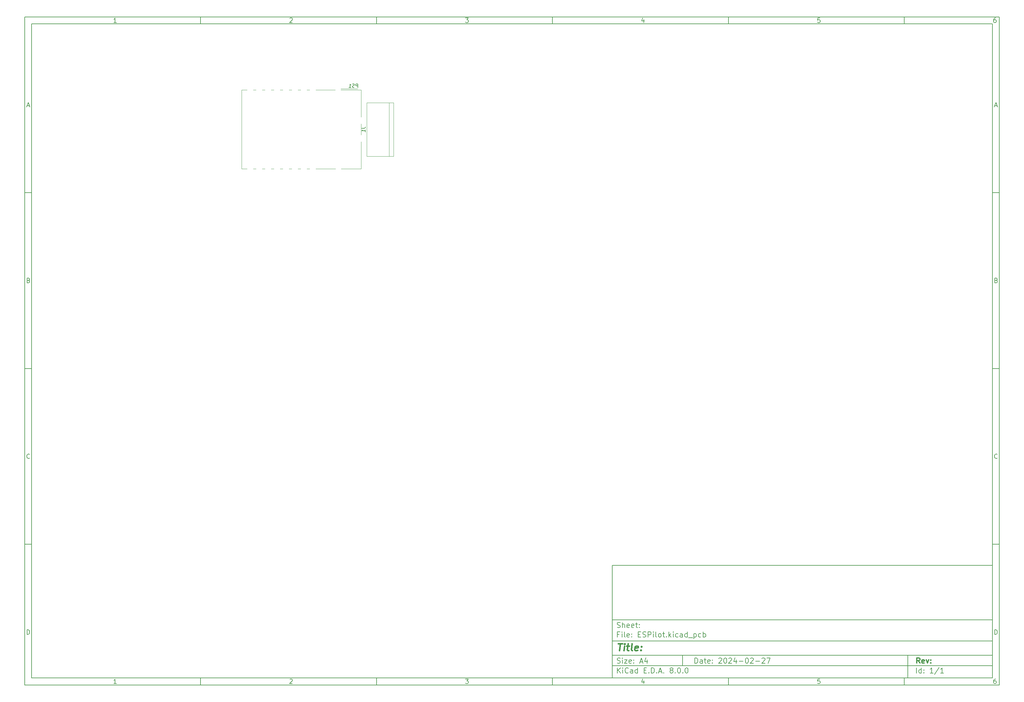
<source format=gbo>
G04 #@! TF.GenerationSoftware,KiCad,Pcbnew,8.0.0*
G04 #@! TF.CreationDate,2024-02-27T22:34:17+01:00*
G04 #@! TF.ProjectId,ESPilot,45535069-6c6f-4742-9e6b-696361645f70,rev?*
G04 #@! TF.SameCoordinates,PX6f32cc0PY1b2e020*
G04 #@! TF.FileFunction,Legend,Bot*
G04 #@! TF.FilePolarity,Positive*
%FSLAX46Y46*%
G04 Gerber Fmt 4.6, Leading zero omitted, Abs format (unit mm)*
G04 Created by KiCad (PCBNEW 8.0.0) date 2024-02-27 22:34:17*
%MOMM*%
%LPD*%
G01*
G04 APERTURE LIST*
%ADD10C,0.100000*%
%ADD11C,0.150000*%
%ADD12C,0.300000*%
%ADD13C,0.400000*%
%ADD14C,0.120000*%
%ADD15C,1.600000*%
%ADD16O,1.600000X1.600000*%
%ADD17R,1.600000X1.600000*%
%ADD18C,1.800000*%
%ADD19C,2.000000*%
%ADD20R,3.000000X3.000000*%
%ADD21C,3.000000*%
%ADD22R,2.300000X2.000000*%
%ADD23C,2.300000*%
G04 APERTURE END LIST*
D10*
D11*
X60402200Y-137507200D02*
X168402200Y-137507200D01*
X168402200Y-169507200D01*
X60402200Y-169507200D01*
X60402200Y-137507200D01*
D10*
D11*
X-106600000Y18500000D02*
X170402200Y18500000D01*
X170402200Y-171507200D01*
X-106600000Y-171507200D01*
X-106600000Y18500000D01*
D10*
D11*
X-104600000Y16500000D02*
X168402200Y16500000D01*
X168402200Y-169507200D01*
X-104600000Y-169507200D01*
X-104600000Y16500000D01*
D10*
D11*
X-56600000Y16500000D02*
X-56600000Y18500000D01*
D10*
D11*
X-6600000Y16500000D02*
X-6600000Y18500000D01*
D10*
D11*
X43400000Y16500000D02*
X43400000Y18500000D01*
D10*
D11*
X93400000Y16500000D02*
X93400000Y18500000D01*
D10*
D11*
X143400000Y16500000D02*
X143400000Y18500000D01*
D10*
D11*
X-80510840Y16906396D02*
X-81253697Y16906396D01*
X-80882269Y16906396D02*
X-80882269Y18206396D01*
X-80882269Y18206396D02*
X-81006078Y18020681D01*
X-81006078Y18020681D02*
X-81129888Y17896872D01*
X-81129888Y17896872D02*
X-81253697Y17834967D01*
D10*
D11*
X-31253697Y18082586D02*
X-31191793Y18144491D01*
X-31191793Y18144491D02*
X-31067983Y18206396D01*
X-31067983Y18206396D02*
X-30758459Y18206396D01*
X-30758459Y18206396D02*
X-30634650Y18144491D01*
X-30634650Y18144491D02*
X-30572745Y18082586D01*
X-30572745Y18082586D02*
X-30510840Y17958777D01*
X-30510840Y17958777D02*
X-30510840Y17834967D01*
X-30510840Y17834967D02*
X-30572745Y17649253D01*
X-30572745Y17649253D02*
X-31315602Y16906396D01*
X-31315602Y16906396D02*
X-30510840Y16906396D01*
D10*
D11*
X18684398Y18206396D02*
X19489160Y18206396D01*
X19489160Y18206396D02*
X19055826Y17711158D01*
X19055826Y17711158D02*
X19241541Y17711158D01*
X19241541Y17711158D02*
X19365350Y17649253D01*
X19365350Y17649253D02*
X19427255Y17587348D01*
X19427255Y17587348D02*
X19489160Y17463539D01*
X19489160Y17463539D02*
X19489160Y17154015D01*
X19489160Y17154015D02*
X19427255Y17030205D01*
X19427255Y17030205D02*
X19365350Y16968300D01*
X19365350Y16968300D02*
X19241541Y16906396D01*
X19241541Y16906396D02*
X18870112Y16906396D01*
X18870112Y16906396D02*
X18746303Y16968300D01*
X18746303Y16968300D02*
X18684398Y17030205D01*
D10*
D11*
X69365350Y17773062D02*
X69365350Y16906396D01*
X69055826Y18268300D02*
X68746303Y17339729D01*
X68746303Y17339729D02*
X69551064Y17339729D01*
D10*
D11*
X119427255Y18206396D02*
X118808207Y18206396D01*
X118808207Y18206396D02*
X118746303Y17587348D01*
X118746303Y17587348D02*
X118808207Y17649253D01*
X118808207Y17649253D02*
X118932017Y17711158D01*
X118932017Y17711158D02*
X119241541Y17711158D01*
X119241541Y17711158D02*
X119365350Y17649253D01*
X119365350Y17649253D02*
X119427255Y17587348D01*
X119427255Y17587348D02*
X119489160Y17463539D01*
X119489160Y17463539D02*
X119489160Y17154015D01*
X119489160Y17154015D02*
X119427255Y17030205D01*
X119427255Y17030205D02*
X119365350Y16968300D01*
X119365350Y16968300D02*
X119241541Y16906396D01*
X119241541Y16906396D02*
X118932017Y16906396D01*
X118932017Y16906396D02*
X118808207Y16968300D01*
X118808207Y16968300D02*
X118746303Y17030205D01*
D10*
D11*
X169365350Y18206396D02*
X169117731Y18206396D01*
X169117731Y18206396D02*
X168993922Y18144491D01*
X168993922Y18144491D02*
X168932017Y18082586D01*
X168932017Y18082586D02*
X168808207Y17896872D01*
X168808207Y17896872D02*
X168746303Y17649253D01*
X168746303Y17649253D02*
X168746303Y17154015D01*
X168746303Y17154015D02*
X168808207Y17030205D01*
X168808207Y17030205D02*
X168870112Y16968300D01*
X168870112Y16968300D02*
X168993922Y16906396D01*
X168993922Y16906396D02*
X169241541Y16906396D01*
X169241541Y16906396D02*
X169365350Y16968300D01*
X169365350Y16968300D02*
X169427255Y17030205D01*
X169427255Y17030205D02*
X169489160Y17154015D01*
X169489160Y17154015D02*
X169489160Y17463539D01*
X169489160Y17463539D02*
X169427255Y17587348D01*
X169427255Y17587348D02*
X169365350Y17649253D01*
X169365350Y17649253D02*
X169241541Y17711158D01*
X169241541Y17711158D02*
X168993922Y17711158D01*
X168993922Y17711158D02*
X168870112Y17649253D01*
X168870112Y17649253D02*
X168808207Y17587348D01*
X168808207Y17587348D02*
X168746303Y17463539D01*
D10*
D11*
X-56600000Y-169507200D02*
X-56600000Y-171507200D01*
D10*
D11*
X-6600000Y-169507200D02*
X-6600000Y-171507200D01*
D10*
D11*
X43400000Y-169507200D02*
X43400000Y-171507200D01*
D10*
D11*
X93400000Y-169507200D02*
X93400000Y-171507200D01*
D10*
D11*
X143400000Y-169507200D02*
X143400000Y-171507200D01*
D10*
D11*
X-80510840Y-171100804D02*
X-81253697Y-171100804D01*
X-80882269Y-171100804D02*
X-80882269Y-169800804D01*
X-80882269Y-169800804D02*
X-81006078Y-169986519D01*
X-81006078Y-169986519D02*
X-81129888Y-170110328D01*
X-81129888Y-170110328D02*
X-81253697Y-170172233D01*
D10*
D11*
X-31253697Y-169924614D02*
X-31191793Y-169862709D01*
X-31191793Y-169862709D02*
X-31067983Y-169800804D01*
X-31067983Y-169800804D02*
X-30758459Y-169800804D01*
X-30758459Y-169800804D02*
X-30634650Y-169862709D01*
X-30634650Y-169862709D02*
X-30572745Y-169924614D01*
X-30572745Y-169924614D02*
X-30510840Y-170048423D01*
X-30510840Y-170048423D02*
X-30510840Y-170172233D01*
X-30510840Y-170172233D02*
X-30572745Y-170357947D01*
X-30572745Y-170357947D02*
X-31315602Y-171100804D01*
X-31315602Y-171100804D02*
X-30510840Y-171100804D01*
D10*
D11*
X18684398Y-169800804D02*
X19489160Y-169800804D01*
X19489160Y-169800804D02*
X19055826Y-170296042D01*
X19055826Y-170296042D02*
X19241541Y-170296042D01*
X19241541Y-170296042D02*
X19365350Y-170357947D01*
X19365350Y-170357947D02*
X19427255Y-170419852D01*
X19427255Y-170419852D02*
X19489160Y-170543661D01*
X19489160Y-170543661D02*
X19489160Y-170853185D01*
X19489160Y-170853185D02*
X19427255Y-170976995D01*
X19427255Y-170976995D02*
X19365350Y-171038900D01*
X19365350Y-171038900D02*
X19241541Y-171100804D01*
X19241541Y-171100804D02*
X18870112Y-171100804D01*
X18870112Y-171100804D02*
X18746303Y-171038900D01*
X18746303Y-171038900D02*
X18684398Y-170976995D01*
D10*
D11*
X69365350Y-170234138D02*
X69365350Y-171100804D01*
X69055826Y-169738900D02*
X68746303Y-170667471D01*
X68746303Y-170667471D02*
X69551064Y-170667471D01*
D10*
D11*
X119427255Y-169800804D02*
X118808207Y-169800804D01*
X118808207Y-169800804D02*
X118746303Y-170419852D01*
X118746303Y-170419852D02*
X118808207Y-170357947D01*
X118808207Y-170357947D02*
X118932017Y-170296042D01*
X118932017Y-170296042D02*
X119241541Y-170296042D01*
X119241541Y-170296042D02*
X119365350Y-170357947D01*
X119365350Y-170357947D02*
X119427255Y-170419852D01*
X119427255Y-170419852D02*
X119489160Y-170543661D01*
X119489160Y-170543661D02*
X119489160Y-170853185D01*
X119489160Y-170853185D02*
X119427255Y-170976995D01*
X119427255Y-170976995D02*
X119365350Y-171038900D01*
X119365350Y-171038900D02*
X119241541Y-171100804D01*
X119241541Y-171100804D02*
X118932017Y-171100804D01*
X118932017Y-171100804D02*
X118808207Y-171038900D01*
X118808207Y-171038900D02*
X118746303Y-170976995D01*
D10*
D11*
X169365350Y-169800804D02*
X169117731Y-169800804D01*
X169117731Y-169800804D02*
X168993922Y-169862709D01*
X168993922Y-169862709D02*
X168932017Y-169924614D01*
X168932017Y-169924614D02*
X168808207Y-170110328D01*
X168808207Y-170110328D02*
X168746303Y-170357947D01*
X168746303Y-170357947D02*
X168746303Y-170853185D01*
X168746303Y-170853185D02*
X168808207Y-170976995D01*
X168808207Y-170976995D02*
X168870112Y-171038900D01*
X168870112Y-171038900D02*
X168993922Y-171100804D01*
X168993922Y-171100804D02*
X169241541Y-171100804D01*
X169241541Y-171100804D02*
X169365350Y-171038900D01*
X169365350Y-171038900D02*
X169427255Y-170976995D01*
X169427255Y-170976995D02*
X169489160Y-170853185D01*
X169489160Y-170853185D02*
X169489160Y-170543661D01*
X169489160Y-170543661D02*
X169427255Y-170419852D01*
X169427255Y-170419852D02*
X169365350Y-170357947D01*
X169365350Y-170357947D02*
X169241541Y-170296042D01*
X169241541Y-170296042D02*
X168993922Y-170296042D01*
X168993922Y-170296042D02*
X168870112Y-170357947D01*
X168870112Y-170357947D02*
X168808207Y-170419852D01*
X168808207Y-170419852D02*
X168746303Y-170543661D01*
D10*
D11*
X-106600000Y-31500000D02*
X-104600000Y-31500000D01*
D10*
D11*
X-106600000Y-81500000D02*
X-104600000Y-81500000D01*
D10*
D11*
X-106600000Y-131500000D02*
X-104600000Y-131500000D01*
D10*
D11*
X-105909524Y-6722176D02*
X-105290477Y-6722176D01*
X-106033334Y-7093604D02*
X-105600001Y-5793604D01*
X-105600001Y-5793604D02*
X-105166667Y-7093604D01*
D10*
D11*
X-105507143Y-56412652D02*
X-105321429Y-56474557D01*
X-105321429Y-56474557D02*
X-105259524Y-56536461D01*
X-105259524Y-56536461D02*
X-105197620Y-56660271D01*
X-105197620Y-56660271D02*
X-105197620Y-56845985D01*
X-105197620Y-56845985D02*
X-105259524Y-56969795D01*
X-105259524Y-56969795D02*
X-105321429Y-57031700D01*
X-105321429Y-57031700D02*
X-105445239Y-57093604D01*
X-105445239Y-57093604D02*
X-105940477Y-57093604D01*
X-105940477Y-57093604D02*
X-105940477Y-55793604D01*
X-105940477Y-55793604D02*
X-105507143Y-55793604D01*
X-105507143Y-55793604D02*
X-105383334Y-55855509D01*
X-105383334Y-55855509D02*
X-105321429Y-55917414D01*
X-105321429Y-55917414D02*
X-105259524Y-56041223D01*
X-105259524Y-56041223D02*
X-105259524Y-56165033D01*
X-105259524Y-56165033D02*
X-105321429Y-56288842D01*
X-105321429Y-56288842D02*
X-105383334Y-56350747D01*
X-105383334Y-56350747D02*
X-105507143Y-56412652D01*
X-105507143Y-56412652D02*
X-105940477Y-56412652D01*
D10*
D11*
X-105197620Y-106969795D02*
X-105259524Y-107031700D01*
X-105259524Y-107031700D02*
X-105445239Y-107093604D01*
X-105445239Y-107093604D02*
X-105569048Y-107093604D01*
X-105569048Y-107093604D02*
X-105754762Y-107031700D01*
X-105754762Y-107031700D02*
X-105878572Y-106907890D01*
X-105878572Y-106907890D02*
X-105940477Y-106784080D01*
X-105940477Y-106784080D02*
X-106002381Y-106536461D01*
X-106002381Y-106536461D02*
X-106002381Y-106350747D01*
X-106002381Y-106350747D02*
X-105940477Y-106103128D01*
X-105940477Y-106103128D02*
X-105878572Y-105979319D01*
X-105878572Y-105979319D02*
X-105754762Y-105855509D01*
X-105754762Y-105855509D02*
X-105569048Y-105793604D01*
X-105569048Y-105793604D02*
X-105445239Y-105793604D01*
X-105445239Y-105793604D02*
X-105259524Y-105855509D01*
X-105259524Y-105855509D02*
X-105197620Y-105917414D01*
D10*
D11*
X-105940477Y-157093604D02*
X-105940477Y-155793604D01*
X-105940477Y-155793604D02*
X-105630953Y-155793604D01*
X-105630953Y-155793604D02*
X-105445239Y-155855509D01*
X-105445239Y-155855509D02*
X-105321429Y-155979319D01*
X-105321429Y-155979319D02*
X-105259524Y-156103128D01*
X-105259524Y-156103128D02*
X-105197620Y-156350747D01*
X-105197620Y-156350747D02*
X-105197620Y-156536461D01*
X-105197620Y-156536461D02*
X-105259524Y-156784080D01*
X-105259524Y-156784080D02*
X-105321429Y-156907890D01*
X-105321429Y-156907890D02*
X-105445239Y-157031700D01*
X-105445239Y-157031700D02*
X-105630953Y-157093604D01*
X-105630953Y-157093604D02*
X-105940477Y-157093604D01*
D10*
D11*
X170402200Y-31500000D02*
X168402200Y-31500000D01*
D10*
D11*
X170402200Y-81500000D02*
X168402200Y-81500000D01*
D10*
D11*
X170402200Y-131500000D02*
X168402200Y-131500000D01*
D10*
D11*
X169092676Y-6722176D02*
X169711723Y-6722176D01*
X168968866Y-7093604D02*
X169402199Y-5793604D01*
X169402199Y-5793604D02*
X169835533Y-7093604D01*
D10*
D11*
X169495057Y-56412652D02*
X169680771Y-56474557D01*
X169680771Y-56474557D02*
X169742676Y-56536461D01*
X169742676Y-56536461D02*
X169804580Y-56660271D01*
X169804580Y-56660271D02*
X169804580Y-56845985D01*
X169804580Y-56845985D02*
X169742676Y-56969795D01*
X169742676Y-56969795D02*
X169680771Y-57031700D01*
X169680771Y-57031700D02*
X169556961Y-57093604D01*
X169556961Y-57093604D02*
X169061723Y-57093604D01*
X169061723Y-57093604D02*
X169061723Y-55793604D01*
X169061723Y-55793604D02*
X169495057Y-55793604D01*
X169495057Y-55793604D02*
X169618866Y-55855509D01*
X169618866Y-55855509D02*
X169680771Y-55917414D01*
X169680771Y-55917414D02*
X169742676Y-56041223D01*
X169742676Y-56041223D02*
X169742676Y-56165033D01*
X169742676Y-56165033D02*
X169680771Y-56288842D01*
X169680771Y-56288842D02*
X169618866Y-56350747D01*
X169618866Y-56350747D02*
X169495057Y-56412652D01*
X169495057Y-56412652D02*
X169061723Y-56412652D01*
D10*
D11*
X169804580Y-106969795D02*
X169742676Y-107031700D01*
X169742676Y-107031700D02*
X169556961Y-107093604D01*
X169556961Y-107093604D02*
X169433152Y-107093604D01*
X169433152Y-107093604D02*
X169247438Y-107031700D01*
X169247438Y-107031700D02*
X169123628Y-106907890D01*
X169123628Y-106907890D02*
X169061723Y-106784080D01*
X169061723Y-106784080D02*
X168999819Y-106536461D01*
X168999819Y-106536461D02*
X168999819Y-106350747D01*
X168999819Y-106350747D02*
X169061723Y-106103128D01*
X169061723Y-106103128D02*
X169123628Y-105979319D01*
X169123628Y-105979319D02*
X169247438Y-105855509D01*
X169247438Y-105855509D02*
X169433152Y-105793604D01*
X169433152Y-105793604D02*
X169556961Y-105793604D01*
X169556961Y-105793604D02*
X169742676Y-105855509D01*
X169742676Y-105855509D02*
X169804580Y-105917414D01*
D10*
D11*
X169061723Y-157093604D02*
X169061723Y-155793604D01*
X169061723Y-155793604D02*
X169371247Y-155793604D01*
X169371247Y-155793604D02*
X169556961Y-155855509D01*
X169556961Y-155855509D02*
X169680771Y-155979319D01*
X169680771Y-155979319D02*
X169742676Y-156103128D01*
X169742676Y-156103128D02*
X169804580Y-156350747D01*
X169804580Y-156350747D02*
X169804580Y-156536461D01*
X169804580Y-156536461D02*
X169742676Y-156784080D01*
X169742676Y-156784080D02*
X169680771Y-156907890D01*
X169680771Y-156907890D02*
X169556961Y-157031700D01*
X169556961Y-157031700D02*
X169371247Y-157093604D01*
X169371247Y-157093604D02*
X169061723Y-157093604D01*
D10*
D11*
X83858026Y-165293328D02*
X83858026Y-163793328D01*
X83858026Y-163793328D02*
X84215169Y-163793328D01*
X84215169Y-163793328D02*
X84429455Y-163864757D01*
X84429455Y-163864757D02*
X84572312Y-164007614D01*
X84572312Y-164007614D02*
X84643741Y-164150471D01*
X84643741Y-164150471D02*
X84715169Y-164436185D01*
X84715169Y-164436185D02*
X84715169Y-164650471D01*
X84715169Y-164650471D02*
X84643741Y-164936185D01*
X84643741Y-164936185D02*
X84572312Y-165079042D01*
X84572312Y-165079042D02*
X84429455Y-165221900D01*
X84429455Y-165221900D02*
X84215169Y-165293328D01*
X84215169Y-165293328D02*
X83858026Y-165293328D01*
X86000884Y-165293328D02*
X86000884Y-164507614D01*
X86000884Y-164507614D02*
X85929455Y-164364757D01*
X85929455Y-164364757D02*
X85786598Y-164293328D01*
X85786598Y-164293328D02*
X85500884Y-164293328D01*
X85500884Y-164293328D02*
X85358026Y-164364757D01*
X86000884Y-165221900D02*
X85858026Y-165293328D01*
X85858026Y-165293328D02*
X85500884Y-165293328D01*
X85500884Y-165293328D02*
X85358026Y-165221900D01*
X85358026Y-165221900D02*
X85286598Y-165079042D01*
X85286598Y-165079042D02*
X85286598Y-164936185D01*
X85286598Y-164936185D02*
X85358026Y-164793328D01*
X85358026Y-164793328D02*
X85500884Y-164721900D01*
X85500884Y-164721900D02*
X85858026Y-164721900D01*
X85858026Y-164721900D02*
X86000884Y-164650471D01*
X86500884Y-164293328D02*
X87072312Y-164293328D01*
X86715169Y-163793328D02*
X86715169Y-165079042D01*
X86715169Y-165079042D02*
X86786598Y-165221900D01*
X86786598Y-165221900D02*
X86929455Y-165293328D01*
X86929455Y-165293328D02*
X87072312Y-165293328D01*
X88143741Y-165221900D02*
X88000884Y-165293328D01*
X88000884Y-165293328D02*
X87715170Y-165293328D01*
X87715170Y-165293328D02*
X87572312Y-165221900D01*
X87572312Y-165221900D02*
X87500884Y-165079042D01*
X87500884Y-165079042D02*
X87500884Y-164507614D01*
X87500884Y-164507614D02*
X87572312Y-164364757D01*
X87572312Y-164364757D02*
X87715170Y-164293328D01*
X87715170Y-164293328D02*
X88000884Y-164293328D01*
X88000884Y-164293328D02*
X88143741Y-164364757D01*
X88143741Y-164364757D02*
X88215170Y-164507614D01*
X88215170Y-164507614D02*
X88215170Y-164650471D01*
X88215170Y-164650471D02*
X87500884Y-164793328D01*
X88858026Y-165150471D02*
X88929455Y-165221900D01*
X88929455Y-165221900D02*
X88858026Y-165293328D01*
X88858026Y-165293328D02*
X88786598Y-165221900D01*
X88786598Y-165221900D02*
X88858026Y-165150471D01*
X88858026Y-165150471D02*
X88858026Y-165293328D01*
X88858026Y-164364757D02*
X88929455Y-164436185D01*
X88929455Y-164436185D02*
X88858026Y-164507614D01*
X88858026Y-164507614D02*
X88786598Y-164436185D01*
X88786598Y-164436185D02*
X88858026Y-164364757D01*
X88858026Y-164364757D02*
X88858026Y-164507614D01*
X90643741Y-163936185D02*
X90715169Y-163864757D01*
X90715169Y-163864757D02*
X90858027Y-163793328D01*
X90858027Y-163793328D02*
X91215169Y-163793328D01*
X91215169Y-163793328D02*
X91358027Y-163864757D01*
X91358027Y-163864757D02*
X91429455Y-163936185D01*
X91429455Y-163936185D02*
X91500884Y-164079042D01*
X91500884Y-164079042D02*
X91500884Y-164221900D01*
X91500884Y-164221900D02*
X91429455Y-164436185D01*
X91429455Y-164436185D02*
X90572312Y-165293328D01*
X90572312Y-165293328D02*
X91500884Y-165293328D01*
X92429455Y-163793328D02*
X92572312Y-163793328D01*
X92572312Y-163793328D02*
X92715169Y-163864757D01*
X92715169Y-163864757D02*
X92786598Y-163936185D01*
X92786598Y-163936185D02*
X92858026Y-164079042D01*
X92858026Y-164079042D02*
X92929455Y-164364757D01*
X92929455Y-164364757D02*
X92929455Y-164721900D01*
X92929455Y-164721900D02*
X92858026Y-165007614D01*
X92858026Y-165007614D02*
X92786598Y-165150471D01*
X92786598Y-165150471D02*
X92715169Y-165221900D01*
X92715169Y-165221900D02*
X92572312Y-165293328D01*
X92572312Y-165293328D02*
X92429455Y-165293328D01*
X92429455Y-165293328D02*
X92286598Y-165221900D01*
X92286598Y-165221900D02*
X92215169Y-165150471D01*
X92215169Y-165150471D02*
X92143740Y-165007614D01*
X92143740Y-165007614D02*
X92072312Y-164721900D01*
X92072312Y-164721900D02*
X92072312Y-164364757D01*
X92072312Y-164364757D02*
X92143740Y-164079042D01*
X92143740Y-164079042D02*
X92215169Y-163936185D01*
X92215169Y-163936185D02*
X92286598Y-163864757D01*
X92286598Y-163864757D02*
X92429455Y-163793328D01*
X93500883Y-163936185D02*
X93572311Y-163864757D01*
X93572311Y-163864757D02*
X93715169Y-163793328D01*
X93715169Y-163793328D02*
X94072311Y-163793328D01*
X94072311Y-163793328D02*
X94215169Y-163864757D01*
X94215169Y-163864757D02*
X94286597Y-163936185D01*
X94286597Y-163936185D02*
X94358026Y-164079042D01*
X94358026Y-164079042D02*
X94358026Y-164221900D01*
X94358026Y-164221900D02*
X94286597Y-164436185D01*
X94286597Y-164436185D02*
X93429454Y-165293328D01*
X93429454Y-165293328D02*
X94358026Y-165293328D01*
X95643740Y-164293328D02*
X95643740Y-165293328D01*
X95286597Y-163721900D02*
X94929454Y-164793328D01*
X94929454Y-164793328D02*
X95858025Y-164793328D01*
X96429453Y-164721900D02*
X97572311Y-164721900D01*
X98572311Y-163793328D02*
X98715168Y-163793328D01*
X98715168Y-163793328D02*
X98858025Y-163864757D01*
X98858025Y-163864757D02*
X98929454Y-163936185D01*
X98929454Y-163936185D02*
X99000882Y-164079042D01*
X99000882Y-164079042D02*
X99072311Y-164364757D01*
X99072311Y-164364757D02*
X99072311Y-164721900D01*
X99072311Y-164721900D02*
X99000882Y-165007614D01*
X99000882Y-165007614D02*
X98929454Y-165150471D01*
X98929454Y-165150471D02*
X98858025Y-165221900D01*
X98858025Y-165221900D02*
X98715168Y-165293328D01*
X98715168Y-165293328D02*
X98572311Y-165293328D01*
X98572311Y-165293328D02*
X98429454Y-165221900D01*
X98429454Y-165221900D02*
X98358025Y-165150471D01*
X98358025Y-165150471D02*
X98286596Y-165007614D01*
X98286596Y-165007614D02*
X98215168Y-164721900D01*
X98215168Y-164721900D02*
X98215168Y-164364757D01*
X98215168Y-164364757D02*
X98286596Y-164079042D01*
X98286596Y-164079042D02*
X98358025Y-163936185D01*
X98358025Y-163936185D02*
X98429454Y-163864757D01*
X98429454Y-163864757D02*
X98572311Y-163793328D01*
X99643739Y-163936185D02*
X99715167Y-163864757D01*
X99715167Y-163864757D02*
X99858025Y-163793328D01*
X99858025Y-163793328D02*
X100215167Y-163793328D01*
X100215167Y-163793328D02*
X100358025Y-163864757D01*
X100358025Y-163864757D02*
X100429453Y-163936185D01*
X100429453Y-163936185D02*
X100500882Y-164079042D01*
X100500882Y-164079042D02*
X100500882Y-164221900D01*
X100500882Y-164221900D02*
X100429453Y-164436185D01*
X100429453Y-164436185D02*
X99572310Y-165293328D01*
X99572310Y-165293328D02*
X100500882Y-165293328D01*
X101143738Y-164721900D02*
X102286596Y-164721900D01*
X102929453Y-163936185D02*
X103000881Y-163864757D01*
X103000881Y-163864757D02*
X103143739Y-163793328D01*
X103143739Y-163793328D02*
X103500881Y-163793328D01*
X103500881Y-163793328D02*
X103643739Y-163864757D01*
X103643739Y-163864757D02*
X103715167Y-163936185D01*
X103715167Y-163936185D02*
X103786596Y-164079042D01*
X103786596Y-164079042D02*
X103786596Y-164221900D01*
X103786596Y-164221900D02*
X103715167Y-164436185D01*
X103715167Y-164436185D02*
X102858024Y-165293328D01*
X102858024Y-165293328D02*
X103786596Y-165293328D01*
X104286595Y-163793328D02*
X105286595Y-163793328D01*
X105286595Y-163793328D02*
X104643738Y-165293328D01*
D10*
D11*
X60402200Y-166007200D02*
X168402200Y-166007200D01*
D10*
D11*
X61858026Y-168093328D02*
X61858026Y-166593328D01*
X62715169Y-168093328D02*
X62072312Y-167236185D01*
X62715169Y-166593328D02*
X61858026Y-167450471D01*
X63358026Y-168093328D02*
X63358026Y-167093328D01*
X63358026Y-166593328D02*
X63286598Y-166664757D01*
X63286598Y-166664757D02*
X63358026Y-166736185D01*
X63358026Y-166736185D02*
X63429455Y-166664757D01*
X63429455Y-166664757D02*
X63358026Y-166593328D01*
X63358026Y-166593328D02*
X63358026Y-166736185D01*
X64929455Y-167950471D02*
X64858027Y-168021900D01*
X64858027Y-168021900D02*
X64643741Y-168093328D01*
X64643741Y-168093328D02*
X64500884Y-168093328D01*
X64500884Y-168093328D02*
X64286598Y-168021900D01*
X64286598Y-168021900D02*
X64143741Y-167879042D01*
X64143741Y-167879042D02*
X64072312Y-167736185D01*
X64072312Y-167736185D02*
X64000884Y-167450471D01*
X64000884Y-167450471D02*
X64000884Y-167236185D01*
X64000884Y-167236185D02*
X64072312Y-166950471D01*
X64072312Y-166950471D02*
X64143741Y-166807614D01*
X64143741Y-166807614D02*
X64286598Y-166664757D01*
X64286598Y-166664757D02*
X64500884Y-166593328D01*
X64500884Y-166593328D02*
X64643741Y-166593328D01*
X64643741Y-166593328D02*
X64858027Y-166664757D01*
X64858027Y-166664757D02*
X64929455Y-166736185D01*
X66215170Y-168093328D02*
X66215170Y-167307614D01*
X66215170Y-167307614D02*
X66143741Y-167164757D01*
X66143741Y-167164757D02*
X66000884Y-167093328D01*
X66000884Y-167093328D02*
X65715170Y-167093328D01*
X65715170Y-167093328D02*
X65572312Y-167164757D01*
X66215170Y-168021900D02*
X66072312Y-168093328D01*
X66072312Y-168093328D02*
X65715170Y-168093328D01*
X65715170Y-168093328D02*
X65572312Y-168021900D01*
X65572312Y-168021900D02*
X65500884Y-167879042D01*
X65500884Y-167879042D02*
X65500884Y-167736185D01*
X65500884Y-167736185D02*
X65572312Y-167593328D01*
X65572312Y-167593328D02*
X65715170Y-167521900D01*
X65715170Y-167521900D02*
X66072312Y-167521900D01*
X66072312Y-167521900D02*
X66215170Y-167450471D01*
X67572313Y-168093328D02*
X67572313Y-166593328D01*
X67572313Y-168021900D02*
X67429455Y-168093328D01*
X67429455Y-168093328D02*
X67143741Y-168093328D01*
X67143741Y-168093328D02*
X67000884Y-168021900D01*
X67000884Y-168021900D02*
X66929455Y-167950471D01*
X66929455Y-167950471D02*
X66858027Y-167807614D01*
X66858027Y-167807614D02*
X66858027Y-167379042D01*
X66858027Y-167379042D02*
X66929455Y-167236185D01*
X66929455Y-167236185D02*
X67000884Y-167164757D01*
X67000884Y-167164757D02*
X67143741Y-167093328D01*
X67143741Y-167093328D02*
X67429455Y-167093328D01*
X67429455Y-167093328D02*
X67572313Y-167164757D01*
X69429455Y-167307614D02*
X69929455Y-167307614D01*
X70143741Y-168093328D02*
X69429455Y-168093328D01*
X69429455Y-168093328D02*
X69429455Y-166593328D01*
X69429455Y-166593328D02*
X70143741Y-166593328D01*
X70786598Y-167950471D02*
X70858027Y-168021900D01*
X70858027Y-168021900D02*
X70786598Y-168093328D01*
X70786598Y-168093328D02*
X70715170Y-168021900D01*
X70715170Y-168021900D02*
X70786598Y-167950471D01*
X70786598Y-167950471D02*
X70786598Y-168093328D01*
X71500884Y-168093328D02*
X71500884Y-166593328D01*
X71500884Y-166593328D02*
X71858027Y-166593328D01*
X71858027Y-166593328D02*
X72072313Y-166664757D01*
X72072313Y-166664757D02*
X72215170Y-166807614D01*
X72215170Y-166807614D02*
X72286599Y-166950471D01*
X72286599Y-166950471D02*
X72358027Y-167236185D01*
X72358027Y-167236185D02*
X72358027Y-167450471D01*
X72358027Y-167450471D02*
X72286599Y-167736185D01*
X72286599Y-167736185D02*
X72215170Y-167879042D01*
X72215170Y-167879042D02*
X72072313Y-168021900D01*
X72072313Y-168021900D02*
X71858027Y-168093328D01*
X71858027Y-168093328D02*
X71500884Y-168093328D01*
X73000884Y-167950471D02*
X73072313Y-168021900D01*
X73072313Y-168021900D02*
X73000884Y-168093328D01*
X73000884Y-168093328D02*
X72929456Y-168021900D01*
X72929456Y-168021900D02*
X73000884Y-167950471D01*
X73000884Y-167950471D02*
X73000884Y-168093328D01*
X73643742Y-167664757D02*
X74358028Y-167664757D01*
X73500885Y-168093328D02*
X74000885Y-166593328D01*
X74000885Y-166593328D02*
X74500885Y-168093328D01*
X75000884Y-167950471D02*
X75072313Y-168021900D01*
X75072313Y-168021900D02*
X75000884Y-168093328D01*
X75000884Y-168093328D02*
X74929456Y-168021900D01*
X74929456Y-168021900D02*
X75000884Y-167950471D01*
X75000884Y-167950471D02*
X75000884Y-168093328D01*
X77072313Y-167236185D02*
X76929456Y-167164757D01*
X76929456Y-167164757D02*
X76858027Y-167093328D01*
X76858027Y-167093328D02*
X76786599Y-166950471D01*
X76786599Y-166950471D02*
X76786599Y-166879042D01*
X76786599Y-166879042D02*
X76858027Y-166736185D01*
X76858027Y-166736185D02*
X76929456Y-166664757D01*
X76929456Y-166664757D02*
X77072313Y-166593328D01*
X77072313Y-166593328D02*
X77358027Y-166593328D01*
X77358027Y-166593328D02*
X77500885Y-166664757D01*
X77500885Y-166664757D02*
X77572313Y-166736185D01*
X77572313Y-166736185D02*
X77643742Y-166879042D01*
X77643742Y-166879042D02*
X77643742Y-166950471D01*
X77643742Y-166950471D02*
X77572313Y-167093328D01*
X77572313Y-167093328D02*
X77500885Y-167164757D01*
X77500885Y-167164757D02*
X77358027Y-167236185D01*
X77358027Y-167236185D02*
X77072313Y-167236185D01*
X77072313Y-167236185D02*
X76929456Y-167307614D01*
X76929456Y-167307614D02*
X76858027Y-167379042D01*
X76858027Y-167379042D02*
X76786599Y-167521900D01*
X76786599Y-167521900D02*
X76786599Y-167807614D01*
X76786599Y-167807614D02*
X76858027Y-167950471D01*
X76858027Y-167950471D02*
X76929456Y-168021900D01*
X76929456Y-168021900D02*
X77072313Y-168093328D01*
X77072313Y-168093328D02*
X77358027Y-168093328D01*
X77358027Y-168093328D02*
X77500885Y-168021900D01*
X77500885Y-168021900D02*
X77572313Y-167950471D01*
X77572313Y-167950471D02*
X77643742Y-167807614D01*
X77643742Y-167807614D02*
X77643742Y-167521900D01*
X77643742Y-167521900D02*
X77572313Y-167379042D01*
X77572313Y-167379042D02*
X77500885Y-167307614D01*
X77500885Y-167307614D02*
X77358027Y-167236185D01*
X78286598Y-167950471D02*
X78358027Y-168021900D01*
X78358027Y-168021900D02*
X78286598Y-168093328D01*
X78286598Y-168093328D02*
X78215170Y-168021900D01*
X78215170Y-168021900D02*
X78286598Y-167950471D01*
X78286598Y-167950471D02*
X78286598Y-168093328D01*
X79286599Y-166593328D02*
X79429456Y-166593328D01*
X79429456Y-166593328D02*
X79572313Y-166664757D01*
X79572313Y-166664757D02*
X79643742Y-166736185D01*
X79643742Y-166736185D02*
X79715170Y-166879042D01*
X79715170Y-166879042D02*
X79786599Y-167164757D01*
X79786599Y-167164757D02*
X79786599Y-167521900D01*
X79786599Y-167521900D02*
X79715170Y-167807614D01*
X79715170Y-167807614D02*
X79643742Y-167950471D01*
X79643742Y-167950471D02*
X79572313Y-168021900D01*
X79572313Y-168021900D02*
X79429456Y-168093328D01*
X79429456Y-168093328D02*
X79286599Y-168093328D01*
X79286599Y-168093328D02*
X79143742Y-168021900D01*
X79143742Y-168021900D02*
X79072313Y-167950471D01*
X79072313Y-167950471D02*
X79000884Y-167807614D01*
X79000884Y-167807614D02*
X78929456Y-167521900D01*
X78929456Y-167521900D02*
X78929456Y-167164757D01*
X78929456Y-167164757D02*
X79000884Y-166879042D01*
X79000884Y-166879042D02*
X79072313Y-166736185D01*
X79072313Y-166736185D02*
X79143742Y-166664757D01*
X79143742Y-166664757D02*
X79286599Y-166593328D01*
X80429455Y-167950471D02*
X80500884Y-168021900D01*
X80500884Y-168021900D02*
X80429455Y-168093328D01*
X80429455Y-168093328D02*
X80358027Y-168021900D01*
X80358027Y-168021900D02*
X80429455Y-167950471D01*
X80429455Y-167950471D02*
X80429455Y-168093328D01*
X81429456Y-166593328D02*
X81572313Y-166593328D01*
X81572313Y-166593328D02*
X81715170Y-166664757D01*
X81715170Y-166664757D02*
X81786599Y-166736185D01*
X81786599Y-166736185D02*
X81858027Y-166879042D01*
X81858027Y-166879042D02*
X81929456Y-167164757D01*
X81929456Y-167164757D02*
X81929456Y-167521900D01*
X81929456Y-167521900D02*
X81858027Y-167807614D01*
X81858027Y-167807614D02*
X81786599Y-167950471D01*
X81786599Y-167950471D02*
X81715170Y-168021900D01*
X81715170Y-168021900D02*
X81572313Y-168093328D01*
X81572313Y-168093328D02*
X81429456Y-168093328D01*
X81429456Y-168093328D02*
X81286599Y-168021900D01*
X81286599Y-168021900D02*
X81215170Y-167950471D01*
X81215170Y-167950471D02*
X81143741Y-167807614D01*
X81143741Y-167807614D02*
X81072313Y-167521900D01*
X81072313Y-167521900D02*
X81072313Y-167164757D01*
X81072313Y-167164757D02*
X81143741Y-166879042D01*
X81143741Y-166879042D02*
X81215170Y-166736185D01*
X81215170Y-166736185D02*
X81286599Y-166664757D01*
X81286599Y-166664757D02*
X81429456Y-166593328D01*
D10*
D11*
X60402200Y-163007200D02*
X168402200Y-163007200D01*
D10*
D12*
X147813853Y-165285528D02*
X147313853Y-164571242D01*
X146956710Y-165285528D02*
X146956710Y-163785528D01*
X146956710Y-163785528D02*
X147528139Y-163785528D01*
X147528139Y-163785528D02*
X147670996Y-163856957D01*
X147670996Y-163856957D02*
X147742425Y-163928385D01*
X147742425Y-163928385D02*
X147813853Y-164071242D01*
X147813853Y-164071242D02*
X147813853Y-164285528D01*
X147813853Y-164285528D02*
X147742425Y-164428385D01*
X147742425Y-164428385D02*
X147670996Y-164499814D01*
X147670996Y-164499814D02*
X147528139Y-164571242D01*
X147528139Y-164571242D02*
X146956710Y-164571242D01*
X149028139Y-165214100D02*
X148885282Y-165285528D01*
X148885282Y-165285528D02*
X148599568Y-165285528D01*
X148599568Y-165285528D02*
X148456710Y-165214100D01*
X148456710Y-165214100D02*
X148385282Y-165071242D01*
X148385282Y-165071242D02*
X148385282Y-164499814D01*
X148385282Y-164499814D02*
X148456710Y-164356957D01*
X148456710Y-164356957D02*
X148599568Y-164285528D01*
X148599568Y-164285528D02*
X148885282Y-164285528D01*
X148885282Y-164285528D02*
X149028139Y-164356957D01*
X149028139Y-164356957D02*
X149099568Y-164499814D01*
X149099568Y-164499814D02*
X149099568Y-164642671D01*
X149099568Y-164642671D02*
X148385282Y-164785528D01*
X149599567Y-164285528D02*
X149956710Y-165285528D01*
X149956710Y-165285528D02*
X150313853Y-164285528D01*
X150885281Y-165142671D02*
X150956710Y-165214100D01*
X150956710Y-165214100D02*
X150885281Y-165285528D01*
X150885281Y-165285528D02*
X150813853Y-165214100D01*
X150813853Y-165214100D02*
X150885281Y-165142671D01*
X150885281Y-165142671D02*
X150885281Y-165285528D01*
X150885281Y-164356957D02*
X150956710Y-164428385D01*
X150956710Y-164428385D02*
X150885281Y-164499814D01*
X150885281Y-164499814D02*
X150813853Y-164428385D01*
X150813853Y-164428385D02*
X150885281Y-164356957D01*
X150885281Y-164356957D02*
X150885281Y-164499814D01*
D10*
D11*
X61786598Y-165221900D02*
X62000884Y-165293328D01*
X62000884Y-165293328D02*
X62358026Y-165293328D01*
X62358026Y-165293328D02*
X62500884Y-165221900D01*
X62500884Y-165221900D02*
X62572312Y-165150471D01*
X62572312Y-165150471D02*
X62643741Y-165007614D01*
X62643741Y-165007614D02*
X62643741Y-164864757D01*
X62643741Y-164864757D02*
X62572312Y-164721900D01*
X62572312Y-164721900D02*
X62500884Y-164650471D01*
X62500884Y-164650471D02*
X62358026Y-164579042D01*
X62358026Y-164579042D02*
X62072312Y-164507614D01*
X62072312Y-164507614D02*
X61929455Y-164436185D01*
X61929455Y-164436185D02*
X61858026Y-164364757D01*
X61858026Y-164364757D02*
X61786598Y-164221900D01*
X61786598Y-164221900D02*
X61786598Y-164079042D01*
X61786598Y-164079042D02*
X61858026Y-163936185D01*
X61858026Y-163936185D02*
X61929455Y-163864757D01*
X61929455Y-163864757D02*
X62072312Y-163793328D01*
X62072312Y-163793328D02*
X62429455Y-163793328D01*
X62429455Y-163793328D02*
X62643741Y-163864757D01*
X63286597Y-165293328D02*
X63286597Y-164293328D01*
X63286597Y-163793328D02*
X63215169Y-163864757D01*
X63215169Y-163864757D02*
X63286597Y-163936185D01*
X63286597Y-163936185D02*
X63358026Y-163864757D01*
X63358026Y-163864757D02*
X63286597Y-163793328D01*
X63286597Y-163793328D02*
X63286597Y-163936185D01*
X63858026Y-164293328D02*
X64643741Y-164293328D01*
X64643741Y-164293328D02*
X63858026Y-165293328D01*
X63858026Y-165293328D02*
X64643741Y-165293328D01*
X65786598Y-165221900D02*
X65643741Y-165293328D01*
X65643741Y-165293328D02*
X65358027Y-165293328D01*
X65358027Y-165293328D02*
X65215169Y-165221900D01*
X65215169Y-165221900D02*
X65143741Y-165079042D01*
X65143741Y-165079042D02*
X65143741Y-164507614D01*
X65143741Y-164507614D02*
X65215169Y-164364757D01*
X65215169Y-164364757D02*
X65358027Y-164293328D01*
X65358027Y-164293328D02*
X65643741Y-164293328D01*
X65643741Y-164293328D02*
X65786598Y-164364757D01*
X65786598Y-164364757D02*
X65858027Y-164507614D01*
X65858027Y-164507614D02*
X65858027Y-164650471D01*
X65858027Y-164650471D02*
X65143741Y-164793328D01*
X66500883Y-165150471D02*
X66572312Y-165221900D01*
X66572312Y-165221900D02*
X66500883Y-165293328D01*
X66500883Y-165293328D02*
X66429455Y-165221900D01*
X66429455Y-165221900D02*
X66500883Y-165150471D01*
X66500883Y-165150471D02*
X66500883Y-165293328D01*
X66500883Y-164364757D02*
X66572312Y-164436185D01*
X66572312Y-164436185D02*
X66500883Y-164507614D01*
X66500883Y-164507614D02*
X66429455Y-164436185D01*
X66429455Y-164436185D02*
X66500883Y-164364757D01*
X66500883Y-164364757D02*
X66500883Y-164507614D01*
X68286598Y-164864757D02*
X69000884Y-164864757D01*
X68143741Y-165293328D02*
X68643741Y-163793328D01*
X68643741Y-163793328D02*
X69143741Y-165293328D01*
X70286598Y-164293328D02*
X70286598Y-165293328D01*
X69929455Y-163721900D02*
X69572312Y-164793328D01*
X69572312Y-164793328D02*
X70500883Y-164793328D01*
D10*
D11*
X146858026Y-168093328D02*
X146858026Y-166593328D01*
X148215170Y-168093328D02*
X148215170Y-166593328D01*
X148215170Y-168021900D02*
X148072312Y-168093328D01*
X148072312Y-168093328D02*
X147786598Y-168093328D01*
X147786598Y-168093328D02*
X147643741Y-168021900D01*
X147643741Y-168021900D02*
X147572312Y-167950471D01*
X147572312Y-167950471D02*
X147500884Y-167807614D01*
X147500884Y-167807614D02*
X147500884Y-167379042D01*
X147500884Y-167379042D02*
X147572312Y-167236185D01*
X147572312Y-167236185D02*
X147643741Y-167164757D01*
X147643741Y-167164757D02*
X147786598Y-167093328D01*
X147786598Y-167093328D02*
X148072312Y-167093328D01*
X148072312Y-167093328D02*
X148215170Y-167164757D01*
X148929455Y-167950471D02*
X149000884Y-168021900D01*
X149000884Y-168021900D02*
X148929455Y-168093328D01*
X148929455Y-168093328D02*
X148858027Y-168021900D01*
X148858027Y-168021900D02*
X148929455Y-167950471D01*
X148929455Y-167950471D02*
X148929455Y-168093328D01*
X148929455Y-167164757D02*
X149000884Y-167236185D01*
X149000884Y-167236185D02*
X148929455Y-167307614D01*
X148929455Y-167307614D02*
X148858027Y-167236185D01*
X148858027Y-167236185D02*
X148929455Y-167164757D01*
X148929455Y-167164757D02*
X148929455Y-167307614D01*
X151572313Y-168093328D02*
X150715170Y-168093328D01*
X151143741Y-168093328D02*
X151143741Y-166593328D01*
X151143741Y-166593328D02*
X151000884Y-166807614D01*
X151000884Y-166807614D02*
X150858027Y-166950471D01*
X150858027Y-166950471D02*
X150715170Y-167021900D01*
X153286598Y-166521900D02*
X152000884Y-168450471D01*
X154572313Y-168093328D02*
X153715170Y-168093328D01*
X154143741Y-168093328D02*
X154143741Y-166593328D01*
X154143741Y-166593328D02*
X154000884Y-166807614D01*
X154000884Y-166807614D02*
X153858027Y-166950471D01*
X153858027Y-166950471D02*
X153715170Y-167021900D01*
D10*
D11*
X60402200Y-159007200D02*
X168402200Y-159007200D01*
D10*
D13*
X62093928Y-159711638D02*
X63236785Y-159711638D01*
X62415357Y-161711638D02*
X62665357Y-159711638D01*
X63653452Y-161711638D02*
X63820119Y-160378304D01*
X63903452Y-159711638D02*
X63796309Y-159806876D01*
X63796309Y-159806876D02*
X63879643Y-159902114D01*
X63879643Y-159902114D02*
X63986786Y-159806876D01*
X63986786Y-159806876D02*
X63903452Y-159711638D01*
X63903452Y-159711638D02*
X63879643Y-159902114D01*
X64486786Y-160378304D02*
X65248690Y-160378304D01*
X64855833Y-159711638D02*
X64641548Y-161425923D01*
X64641548Y-161425923D02*
X64712976Y-161616400D01*
X64712976Y-161616400D02*
X64891548Y-161711638D01*
X64891548Y-161711638D02*
X65082024Y-161711638D01*
X66034405Y-161711638D02*
X65855833Y-161616400D01*
X65855833Y-161616400D02*
X65784405Y-161425923D01*
X65784405Y-161425923D02*
X65998690Y-159711638D01*
X67570119Y-161616400D02*
X67367738Y-161711638D01*
X67367738Y-161711638D02*
X66986785Y-161711638D01*
X66986785Y-161711638D02*
X66808214Y-161616400D01*
X66808214Y-161616400D02*
X66736785Y-161425923D01*
X66736785Y-161425923D02*
X66832024Y-160664019D01*
X66832024Y-160664019D02*
X66951071Y-160473542D01*
X66951071Y-160473542D02*
X67153452Y-160378304D01*
X67153452Y-160378304D02*
X67534404Y-160378304D01*
X67534404Y-160378304D02*
X67712976Y-160473542D01*
X67712976Y-160473542D02*
X67784404Y-160664019D01*
X67784404Y-160664019D02*
X67760595Y-160854495D01*
X67760595Y-160854495D02*
X66784404Y-161044971D01*
X68534405Y-161521161D02*
X68617738Y-161616400D01*
X68617738Y-161616400D02*
X68510595Y-161711638D01*
X68510595Y-161711638D02*
X68427262Y-161616400D01*
X68427262Y-161616400D02*
X68534405Y-161521161D01*
X68534405Y-161521161D02*
X68510595Y-161711638D01*
X68665357Y-160473542D02*
X68748690Y-160568780D01*
X68748690Y-160568780D02*
X68641548Y-160664019D01*
X68641548Y-160664019D02*
X68558214Y-160568780D01*
X68558214Y-160568780D02*
X68665357Y-160473542D01*
X68665357Y-160473542D02*
X68641548Y-160664019D01*
D10*
D11*
X62358026Y-157107614D02*
X61858026Y-157107614D01*
X61858026Y-157893328D02*
X61858026Y-156393328D01*
X61858026Y-156393328D02*
X62572312Y-156393328D01*
X63143740Y-157893328D02*
X63143740Y-156893328D01*
X63143740Y-156393328D02*
X63072312Y-156464757D01*
X63072312Y-156464757D02*
X63143740Y-156536185D01*
X63143740Y-156536185D02*
X63215169Y-156464757D01*
X63215169Y-156464757D02*
X63143740Y-156393328D01*
X63143740Y-156393328D02*
X63143740Y-156536185D01*
X64072312Y-157893328D02*
X63929455Y-157821900D01*
X63929455Y-157821900D02*
X63858026Y-157679042D01*
X63858026Y-157679042D02*
X63858026Y-156393328D01*
X65215169Y-157821900D02*
X65072312Y-157893328D01*
X65072312Y-157893328D02*
X64786598Y-157893328D01*
X64786598Y-157893328D02*
X64643740Y-157821900D01*
X64643740Y-157821900D02*
X64572312Y-157679042D01*
X64572312Y-157679042D02*
X64572312Y-157107614D01*
X64572312Y-157107614D02*
X64643740Y-156964757D01*
X64643740Y-156964757D02*
X64786598Y-156893328D01*
X64786598Y-156893328D02*
X65072312Y-156893328D01*
X65072312Y-156893328D02*
X65215169Y-156964757D01*
X65215169Y-156964757D02*
X65286598Y-157107614D01*
X65286598Y-157107614D02*
X65286598Y-157250471D01*
X65286598Y-157250471D02*
X64572312Y-157393328D01*
X65929454Y-157750471D02*
X66000883Y-157821900D01*
X66000883Y-157821900D02*
X65929454Y-157893328D01*
X65929454Y-157893328D02*
X65858026Y-157821900D01*
X65858026Y-157821900D02*
X65929454Y-157750471D01*
X65929454Y-157750471D02*
X65929454Y-157893328D01*
X65929454Y-156964757D02*
X66000883Y-157036185D01*
X66000883Y-157036185D02*
X65929454Y-157107614D01*
X65929454Y-157107614D02*
X65858026Y-157036185D01*
X65858026Y-157036185D02*
X65929454Y-156964757D01*
X65929454Y-156964757D02*
X65929454Y-157107614D01*
X67786597Y-157107614D02*
X68286597Y-157107614D01*
X68500883Y-157893328D02*
X67786597Y-157893328D01*
X67786597Y-157893328D02*
X67786597Y-156393328D01*
X67786597Y-156393328D02*
X68500883Y-156393328D01*
X69072312Y-157821900D02*
X69286598Y-157893328D01*
X69286598Y-157893328D02*
X69643740Y-157893328D01*
X69643740Y-157893328D02*
X69786598Y-157821900D01*
X69786598Y-157821900D02*
X69858026Y-157750471D01*
X69858026Y-157750471D02*
X69929455Y-157607614D01*
X69929455Y-157607614D02*
X69929455Y-157464757D01*
X69929455Y-157464757D02*
X69858026Y-157321900D01*
X69858026Y-157321900D02*
X69786598Y-157250471D01*
X69786598Y-157250471D02*
X69643740Y-157179042D01*
X69643740Y-157179042D02*
X69358026Y-157107614D01*
X69358026Y-157107614D02*
X69215169Y-157036185D01*
X69215169Y-157036185D02*
X69143740Y-156964757D01*
X69143740Y-156964757D02*
X69072312Y-156821900D01*
X69072312Y-156821900D02*
X69072312Y-156679042D01*
X69072312Y-156679042D02*
X69143740Y-156536185D01*
X69143740Y-156536185D02*
X69215169Y-156464757D01*
X69215169Y-156464757D02*
X69358026Y-156393328D01*
X69358026Y-156393328D02*
X69715169Y-156393328D01*
X69715169Y-156393328D02*
X69929455Y-156464757D01*
X70572311Y-157893328D02*
X70572311Y-156393328D01*
X70572311Y-156393328D02*
X71143740Y-156393328D01*
X71143740Y-156393328D02*
X71286597Y-156464757D01*
X71286597Y-156464757D02*
X71358026Y-156536185D01*
X71358026Y-156536185D02*
X71429454Y-156679042D01*
X71429454Y-156679042D02*
X71429454Y-156893328D01*
X71429454Y-156893328D02*
X71358026Y-157036185D01*
X71358026Y-157036185D02*
X71286597Y-157107614D01*
X71286597Y-157107614D02*
X71143740Y-157179042D01*
X71143740Y-157179042D02*
X70572311Y-157179042D01*
X72072311Y-157893328D02*
X72072311Y-156893328D01*
X72072311Y-156393328D02*
X72000883Y-156464757D01*
X72000883Y-156464757D02*
X72072311Y-156536185D01*
X72072311Y-156536185D02*
X72143740Y-156464757D01*
X72143740Y-156464757D02*
X72072311Y-156393328D01*
X72072311Y-156393328D02*
X72072311Y-156536185D01*
X73000883Y-157893328D02*
X72858026Y-157821900D01*
X72858026Y-157821900D02*
X72786597Y-157679042D01*
X72786597Y-157679042D02*
X72786597Y-156393328D01*
X73786597Y-157893328D02*
X73643740Y-157821900D01*
X73643740Y-157821900D02*
X73572311Y-157750471D01*
X73572311Y-157750471D02*
X73500883Y-157607614D01*
X73500883Y-157607614D02*
X73500883Y-157179042D01*
X73500883Y-157179042D02*
X73572311Y-157036185D01*
X73572311Y-157036185D02*
X73643740Y-156964757D01*
X73643740Y-156964757D02*
X73786597Y-156893328D01*
X73786597Y-156893328D02*
X74000883Y-156893328D01*
X74000883Y-156893328D02*
X74143740Y-156964757D01*
X74143740Y-156964757D02*
X74215169Y-157036185D01*
X74215169Y-157036185D02*
X74286597Y-157179042D01*
X74286597Y-157179042D02*
X74286597Y-157607614D01*
X74286597Y-157607614D02*
X74215169Y-157750471D01*
X74215169Y-157750471D02*
X74143740Y-157821900D01*
X74143740Y-157821900D02*
X74000883Y-157893328D01*
X74000883Y-157893328D02*
X73786597Y-157893328D01*
X74715169Y-156893328D02*
X75286597Y-156893328D01*
X74929454Y-156393328D02*
X74929454Y-157679042D01*
X74929454Y-157679042D02*
X75000883Y-157821900D01*
X75000883Y-157821900D02*
X75143740Y-157893328D01*
X75143740Y-157893328D02*
X75286597Y-157893328D01*
X75786597Y-157750471D02*
X75858026Y-157821900D01*
X75858026Y-157821900D02*
X75786597Y-157893328D01*
X75786597Y-157893328D02*
X75715169Y-157821900D01*
X75715169Y-157821900D02*
X75786597Y-157750471D01*
X75786597Y-157750471D02*
X75786597Y-157893328D01*
X76500883Y-157893328D02*
X76500883Y-156393328D01*
X76643741Y-157321900D02*
X77072312Y-157893328D01*
X77072312Y-156893328D02*
X76500883Y-157464757D01*
X77715169Y-157893328D02*
X77715169Y-156893328D01*
X77715169Y-156393328D02*
X77643741Y-156464757D01*
X77643741Y-156464757D02*
X77715169Y-156536185D01*
X77715169Y-156536185D02*
X77786598Y-156464757D01*
X77786598Y-156464757D02*
X77715169Y-156393328D01*
X77715169Y-156393328D02*
X77715169Y-156536185D01*
X79072313Y-157821900D02*
X78929455Y-157893328D01*
X78929455Y-157893328D02*
X78643741Y-157893328D01*
X78643741Y-157893328D02*
X78500884Y-157821900D01*
X78500884Y-157821900D02*
X78429455Y-157750471D01*
X78429455Y-157750471D02*
X78358027Y-157607614D01*
X78358027Y-157607614D02*
X78358027Y-157179042D01*
X78358027Y-157179042D02*
X78429455Y-157036185D01*
X78429455Y-157036185D02*
X78500884Y-156964757D01*
X78500884Y-156964757D02*
X78643741Y-156893328D01*
X78643741Y-156893328D02*
X78929455Y-156893328D01*
X78929455Y-156893328D02*
X79072313Y-156964757D01*
X80358027Y-157893328D02*
X80358027Y-157107614D01*
X80358027Y-157107614D02*
X80286598Y-156964757D01*
X80286598Y-156964757D02*
X80143741Y-156893328D01*
X80143741Y-156893328D02*
X79858027Y-156893328D01*
X79858027Y-156893328D02*
X79715169Y-156964757D01*
X80358027Y-157821900D02*
X80215169Y-157893328D01*
X80215169Y-157893328D02*
X79858027Y-157893328D01*
X79858027Y-157893328D02*
X79715169Y-157821900D01*
X79715169Y-157821900D02*
X79643741Y-157679042D01*
X79643741Y-157679042D02*
X79643741Y-157536185D01*
X79643741Y-157536185D02*
X79715169Y-157393328D01*
X79715169Y-157393328D02*
X79858027Y-157321900D01*
X79858027Y-157321900D02*
X80215169Y-157321900D01*
X80215169Y-157321900D02*
X80358027Y-157250471D01*
X81715170Y-157893328D02*
X81715170Y-156393328D01*
X81715170Y-157821900D02*
X81572312Y-157893328D01*
X81572312Y-157893328D02*
X81286598Y-157893328D01*
X81286598Y-157893328D02*
X81143741Y-157821900D01*
X81143741Y-157821900D02*
X81072312Y-157750471D01*
X81072312Y-157750471D02*
X81000884Y-157607614D01*
X81000884Y-157607614D02*
X81000884Y-157179042D01*
X81000884Y-157179042D02*
X81072312Y-157036185D01*
X81072312Y-157036185D02*
X81143741Y-156964757D01*
X81143741Y-156964757D02*
X81286598Y-156893328D01*
X81286598Y-156893328D02*
X81572312Y-156893328D01*
X81572312Y-156893328D02*
X81715170Y-156964757D01*
X82072313Y-158036185D02*
X83215170Y-158036185D01*
X83572312Y-156893328D02*
X83572312Y-158393328D01*
X83572312Y-156964757D02*
X83715170Y-156893328D01*
X83715170Y-156893328D02*
X84000884Y-156893328D01*
X84000884Y-156893328D02*
X84143741Y-156964757D01*
X84143741Y-156964757D02*
X84215170Y-157036185D01*
X84215170Y-157036185D02*
X84286598Y-157179042D01*
X84286598Y-157179042D02*
X84286598Y-157607614D01*
X84286598Y-157607614D02*
X84215170Y-157750471D01*
X84215170Y-157750471D02*
X84143741Y-157821900D01*
X84143741Y-157821900D02*
X84000884Y-157893328D01*
X84000884Y-157893328D02*
X83715170Y-157893328D01*
X83715170Y-157893328D02*
X83572312Y-157821900D01*
X85572313Y-157821900D02*
X85429455Y-157893328D01*
X85429455Y-157893328D02*
X85143741Y-157893328D01*
X85143741Y-157893328D02*
X85000884Y-157821900D01*
X85000884Y-157821900D02*
X84929455Y-157750471D01*
X84929455Y-157750471D02*
X84858027Y-157607614D01*
X84858027Y-157607614D02*
X84858027Y-157179042D01*
X84858027Y-157179042D02*
X84929455Y-157036185D01*
X84929455Y-157036185D02*
X85000884Y-156964757D01*
X85000884Y-156964757D02*
X85143741Y-156893328D01*
X85143741Y-156893328D02*
X85429455Y-156893328D01*
X85429455Y-156893328D02*
X85572313Y-156964757D01*
X86215169Y-157893328D02*
X86215169Y-156393328D01*
X86215169Y-156964757D02*
X86358027Y-156893328D01*
X86358027Y-156893328D02*
X86643741Y-156893328D01*
X86643741Y-156893328D02*
X86786598Y-156964757D01*
X86786598Y-156964757D02*
X86858027Y-157036185D01*
X86858027Y-157036185D02*
X86929455Y-157179042D01*
X86929455Y-157179042D02*
X86929455Y-157607614D01*
X86929455Y-157607614D02*
X86858027Y-157750471D01*
X86858027Y-157750471D02*
X86786598Y-157821900D01*
X86786598Y-157821900D02*
X86643741Y-157893328D01*
X86643741Y-157893328D02*
X86358027Y-157893328D01*
X86358027Y-157893328D02*
X86215169Y-157821900D01*
D10*
D11*
X60402200Y-153007200D02*
X168402200Y-153007200D01*
D10*
D11*
X61786598Y-155121900D02*
X62000884Y-155193328D01*
X62000884Y-155193328D02*
X62358026Y-155193328D01*
X62358026Y-155193328D02*
X62500884Y-155121900D01*
X62500884Y-155121900D02*
X62572312Y-155050471D01*
X62572312Y-155050471D02*
X62643741Y-154907614D01*
X62643741Y-154907614D02*
X62643741Y-154764757D01*
X62643741Y-154764757D02*
X62572312Y-154621900D01*
X62572312Y-154621900D02*
X62500884Y-154550471D01*
X62500884Y-154550471D02*
X62358026Y-154479042D01*
X62358026Y-154479042D02*
X62072312Y-154407614D01*
X62072312Y-154407614D02*
X61929455Y-154336185D01*
X61929455Y-154336185D02*
X61858026Y-154264757D01*
X61858026Y-154264757D02*
X61786598Y-154121900D01*
X61786598Y-154121900D02*
X61786598Y-153979042D01*
X61786598Y-153979042D02*
X61858026Y-153836185D01*
X61858026Y-153836185D02*
X61929455Y-153764757D01*
X61929455Y-153764757D02*
X62072312Y-153693328D01*
X62072312Y-153693328D02*
X62429455Y-153693328D01*
X62429455Y-153693328D02*
X62643741Y-153764757D01*
X63286597Y-155193328D02*
X63286597Y-153693328D01*
X63929455Y-155193328D02*
X63929455Y-154407614D01*
X63929455Y-154407614D02*
X63858026Y-154264757D01*
X63858026Y-154264757D02*
X63715169Y-154193328D01*
X63715169Y-154193328D02*
X63500883Y-154193328D01*
X63500883Y-154193328D02*
X63358026Y-154264757D01*
X63358026Y-154264757D02*
X63286597Y-154336185D01*
X65215169Y-155121900D02*
X65072312Y-155193328D01*
X65072312Y-155193328D02*
X64786598Y-155193328D01*
X64786598Y-155193328D02*
X64643740Y-155121900D01*
X64643740Y-155121900D02*
X64572312Y-154979042D01*
X64572312Y-154979042D02*
X64572312Y-154407614D01*
X64572312Y-154407614D02*
X64643740Y-154264757D01*
X64643740Y-154264757D02*
X64786598Y-154193328D01*
X64786598Y-154193328D02*
X65072312Y-154193328D01*
X65072312Y-154193328D02*
X65215169Y-154264757D01*
X65215169Y-154264757D02*
X65286598Y-154407614D01*
X65286598Y-154407614D02*
X65286598Y-154550471D01*
X65286598Y-154550471D02*
X64572312Y-154693328D01*
X66500883Y-155121900D02*
X66358026Y-155193328D01*
X66358026Y-155193328D02*
X66072312Y-155193328D01*
X66072312Y-155193328D02*
X65929454Y-155121900D01*
X65929454Y-155121900D02*
X65858026Y-154979042D01*
X65858026Y-154979042D02*
X65858026Y-154407614D01*
X65858026Y-154407614D02*
X65929454Y-154264757D01*
X65929454Y-154264757D02*
X66072312Y-154193328D01*
X66072312Y-154193328D02*
X66358026Y-154193328D01*
X66358026Y-154193328D02*
X66500883Y-154264757D01*
X66500883Y-154264757D02*
X66572312Y-154407614D01*
X66572312Y-154407614D02*
X66572312Y-154550471D01*
X66572312Y-154550471D02*
X65858026Y-154693328D01*
X67000883Y-154193328D02*
X67572311Y-154193328D01*
X67215168Y-153693328D02*
X67215168Y-154979042D01*
X67215168Y-154979042D02*
X67286597Y-155121900D01*
X67286597Y-155121900D02*
X67429454Y-155193328D01*
X67429454Y-155193328D02*
X67572311Y-155193328D01*
X68072311Y-155050471D02*
X68143740Y-155121900D01*
X68143740Y-155121900D02*
X68072311Y-155193328D01*
X68072311Y-155193328D02*
X68000883Y-155121900D01*
X68000883Y-155121900D02*
X68072311Y-155050471D01*
X68072311Y-155050471D02*
X68072311Y-155193328D01*
X68072311Y-154264757D02*
X68143740Y-154336185D01*
X68143740Y-154336185D02*
X68072311Y-154407614D01*
X68072311Y-154407614D02*
X68000883Y-154336185D01*
X68000883Y-154336185D02*
X68072311Y-154264757D01*
X68072311Y-154264757D02*
X68072311Y-154407614D01*
D10*
D12*
D10*
D11*
D10*
D11*
D10*
D11*
D10*
D11*
D10*
D11*
X80402200Y-163007200D02*
X80402200Y-166007200D01*
D10*
D11*
X144402200Y-163007200D02*
X144402200Y-169507200D01*
X-10795181Y-13166666D02*
X-10080896Y-13166666D01*
X-10080896Y-13166666D02*
X-9938039Y-13119047D01*
X-9938039Y-13119047D02*
X-9842800Y-13023809D01*
X-9842800Y-13023809D02*
X-9795181Y-12880952D01*
X-9795181Y-12880952D02*
X-9795181Y-12785714D01*
X-9795181Y-14166666D02*
X-9795181Y-13595238D01*
X-9795181Y-13880952D02*
X-10795181Y-13880952D01*
X-10795181Y-13880952D02*
X-10652324Y-13785714D01*
X-10652324Y-13785714D02*
X-10557086Y-13690476D01*
X-10557086Y-13690476D02*
X-10509467Y-13595238D01*
X-11960715Y-1554819D02*
X-11960715Y-554819D01*
X-11960715Y-554819D02*
X-12341667Y-554819D01*
X-12341667Y-554819D02*
X-12436905Y-602438D01*
X-12436905Y-602438D02*
X-12484524Y-650057D01*
X-12484524Y-650057D02*
X-12532143Y-745295D01*
X-12532143Y-745295D02*
X-12532143Y-888152D01*
X-12532143Y-888152D02*
X-12484524Y-983390D01*
X-12484524Y-983390D02*
X-12436905Y-1031009D01*
X-12436905Y-1031009D02*
X-12341667Y-1078628D01*
X-12341667Y-1078628D02*
X-11960715Y-1078628D01*
X-12913096Y-1507200D02*
X-13055953Y-1554819D01*
X-13055953Y-1554819D02*
X-13294048Y-1554819D01*
X-13294048Y-1554819D02*
X-13389286Y-1507200D01*
X-13389286Y-1507200D02*
X-13436905Y-1459580D01*
X-13436905Y-1459580D02*
X-13484524Y-1364342D01*
X-13484524Y-1364342D02*
X-13484524Y-1269104D01*
X-13484524Y-1269104D02*
X-13436905Y-1173866D01*
X-13436905Y-1173866D02*
X-13389286Y-1126247D01*
X-13389286Y-1126247D02*
X-13294048Y-1078628D01*
X-13294048Y-1078628D02*
X-13103572Y-1031009D01*
X-13103572Y-1031009D02*
X-13008334Y-983390D01*
X-13008334Y-983390D02*
X-12960715Y-935771D01*
X-12960715Y-935771D02*
X-12913096Y-840533D01*
X-12913096Y-840533D02*
X-12913096Y-745295D01*
X-12913096Y-745295D02*
X-12960715Y-650057D01*
X-12960715Y-650057D02*
X-13008334Y-602438D01*
X-13008334Y-602438D02*
X-13103572Y-554819D01*
X-13103572Y-554819D02*
X-13341667Y-554819D01*
X-13341667Y-554819D02*
X-13484524Y-602438D01*
X-14436905Y-1554819D02*
X-13865477Y-1554819D01*
X-14151191Y-1554819D02*
X-14151191Y-554819D01*
X-14151191Y-554819D02*
X-14055953Y-697676D01*
X-14055953Y-697676D02*
X-13960715Y-792914D01*
X-13960715Y-792914D02*
X-13865477Y-840533D01*
D14*
X-9410000Y-5910000D02*
X-1790000Y-5910000D01*
X-9410000Y-21150000D02*
X-9410000Y-5910000D01*
X-9410000Y-21150000D02*
X-1790000Y-21150000D01*
X-3060000Y-21150000D02*
X-3060000Y-5910000D01*
X-1790000Y-21150000D02*
X-1790000Y-5910000D01*
X-44945000Y-2280000D02*
X-11005000Y-2280000D01*
X-44945000Y-24720000D02*
X-44945000Y-2280000D01*
X-44945000Y-24720000D02*
X-11005000Y-24720000D01*
X-17975000Y-1950000D02*
X-11975000Y-1950000D01*
X-11005000Y-2280000D02*
X-11005000Y-24720000D01*
%LPC*%
D15*
X-31850000Y-5475000D03*
D16*
X-31850000Y-15635000D03*
D17*
X-25100000Y-17500000D03*
D16*
X-25100000Y-20040000D03*
X-25100000Y-22580000D03*
X-17480000Y-22580000D03*
X-17480000Y-17500000D03*
D17*
X-25100000Y-4500000D03*
D16*
X-25100000Y-7040000D03*
X-25100000Y-9580000D03*
X-17480000Y-9580000D03*
X-17480000Y-4500000D03*
D17*
X-17500000Y-2352000D03*
D16*
X-7340000Y-2352000D03*
D18*
X-24710000Y-2070000D03*
X-27250000Y-2070000D03*
X-29790000Y-2070000D03*
X-32330000Y-2070000D03*
X-34870000Y-2070000D03*
X-37410000Y-2070000D03*
X-39950000Y-2070000D03*
X-42490000Y-2070000D03*
X-42490000Y-24930000D03*
X-39950000Y-24930000D03*
X-37410000Y-24930000D03*
X-34870000Y-24930000D03*
X-32330000Y-24930000D03*
X-29790000Y-24930000D03*
X-27250000Y-24930000D03*
X-24710000Y-24930000D03*
D15*
X-40100000Y-16500000D03*
X-40100000Y-17750000D03*
X-40100000Y-20250000D03*
X-40100000Y-21500000D03*
D19*
X-11350000Y-16075000D03*
X-11340000Y-10995000D03*
D17*
X-7300000Y-24650000D03*
D16*
X-17460000Y-24650000D03*
D17*
X-40100000Y-10500000D03*
D15*
X-40100000Y-8500000D03*
X-28825000Y-12375000D03*
D16*
X-28825000Y-22535000D03*
D20*
X-5600000Y-8450000D03*
D21*
X-5600000Y-13530000D03*
X-5600000Y-18610000D03*
D22*
X-13975000Y-5900000D03*
D23*
X-13975000Y-21100000D03*
X-41975000Y-5900000D03*
X-41975000Y-13500000D03*
%LPD*%
M02*

</source>
